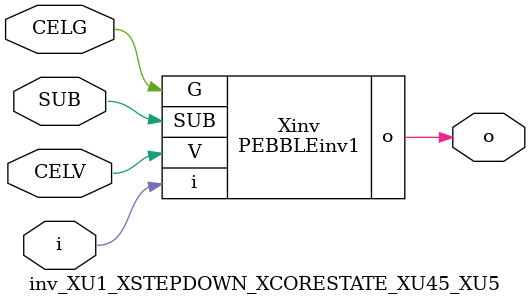
<source format=v>



module PEBBLEinv1 ( o, G, SUB, V, i );

  input V;
  input i;
  input G;
  output o;
  input SUB;
endmodule

//Celera Confidential Do Not Copy inv_XU1_XSTEPDOWN_XCORESTATE_XU45_XU5
//Celera Confidential Symbol Generator
//5V Inverter
module inv_XU1_XSTEPDOWN_XCORESTATE_XU45_XU5 (CELV,CELG,i,o,SUB);
input CELV;
input CELG;
input i;
input SUB;
output o;

//Celera Confidential Do Not Copy inv
PEBBLEinv1 Xinv(
.V (CELV),
.i (i),
.o (o),
.SUB (SUB),
.G (CELG)
);
//,diesize,PEBBLEinv1

//Celera Confidential Do Not Copy Module End
//Celera Schematic Generator
endmodule

</source>
